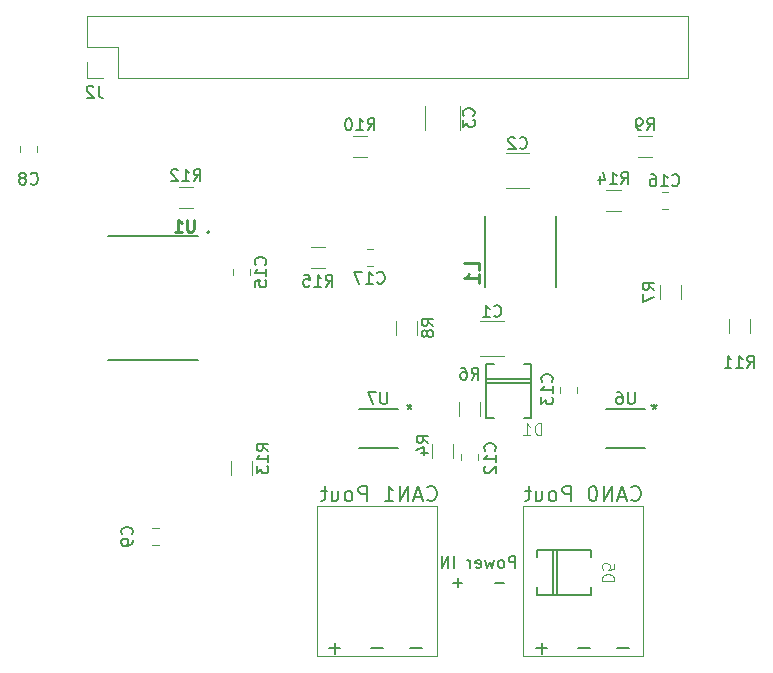
<source format=gbr>
G04 #@! TF.GenerationSoftware,KiCad,Pcbnew,(5.1.5)-3*
G04 #@! TF.CreationDate,2020-01-09T18:21:44+02:00*
G04 #@! TF.ProjectId,Morfeas_Rpi_Hat,4d6f7266-6561-4735-9f52-70695f486174,V1.0*
G04 #@! TF.SameCoordinates,Original*
G04 #@! TF.FileFunction,Legend,Bot*
G04 #@! TF.FilePolarity,Positive*
%FSLAX46Y46*%
G04 Gerber Fmt 4.6, Leading zero omitted, Abs format (unit mm)*
G04 Created by KiCad (PCBNEW (5.1.5)-3) date 2020-01-09 18:21:44*
%MOMM*%
%LPD*%
G04 APERTURE LIST*
%ADD10C,0.177800*%
%ADD11C,0.150000*%
%ADD12C,0.152400*%
%ADD13C,0.120000*%
%ADD14C,0.127000*%
%ADD15C,0.200000*%
%ADD16C,0.119380*%
%ADD17C,0.254000*%
%ADD18C,0.250000*%
G04 APERTURE END LIST*
D10*
X167615809Y-117946714D02*
X166648190Y-117946714D01*
X167132000Y-118430523D02*
X167132000Y-117462904D01*
X171191478Y-117936517D02*
X170223859Y-117936517D01*
X174493478Y-117936517D02*
X173525859Y-117936517D01*
X156967478Y-117936517D02*
X155999859Y-117936517D01*
X153665478Y-117936517D02*
X152697859Y-117936517D01*
X150089809Y-117946714D02*
X149122190Y-117946714D01*
X149606000Y-118430523D02*
X149606000Y-117462904D01*
D11*
X164917047Y-111133380D02*
X164917047Y-110133380D01*
X164536095Y-110133380D01*
X164440857Y-110181000D01*
X164393238Y-110228619D01*
X164345619Y-110323857D01*
X164345619Y-110466714D01*
X164393238Y-110561952D01*
X164440857Y-110609571D01*
X164536095Y-110657190D01*
X164917047Y-110657190D01*
X163774190Y-111133380D02*
X163869428Y-111085761D01*
X163917047Y-111038142D01*
X163964666Y-110942904D01*
X163964666Y-110657190D01*
X163917047Y-110561952D01*
X163869428Y-110514333D01*
X163774190Y-110466714D01*
X163631333Y-110466714D01*
X163536095Y-110514333D01*
X163488476Y-110561952D01*
X163440857Y-110657190D01*
X163440857Y-110942904D01*
X163488476Y-111038142D01*
X163536095Y-111085761D01*
X163631333Y-111133380D01*
X163774190Y-111133380D01*
X163107523Y-110466714D02*
X162917047Y-111133380D01*
X162726571Y-110657190D01*
X162536095Y-111133380D01*
X162345619Y-110466714D01*
X161583714Y-111085761D02*
X161678952Y-111133380D01*
X161869428Y-111133380D01*
X161964666Y-111085761D01*
X162012285Y-110990523D01*
X162012285Y-110609571D01*
X161964666Y-110514333D01*
X161869428Y-110466714D01*
X161678952Y-110466714D01*
X161583714Y-110514333D01*
X161536095Y-110609571D01*
X161536095Y-110704809D01*
X162012285Y-110800047D01*
X161107523Y-111133380D02*
X161107523Y-110466714D01*
X161107523Y-110657190D02*
X161059904Y-110561952D01*
X161012285Y-110514333D01*
X160917047Y-110466714D01*
X160821809Y-110466714D01*
X159726571Y-111133380D02*
X159726571Y-110133380D01*
X159250380Y-111133380D02*
X159250380Y-110133380D01*
X158678952Y-111133380D01*
X158678952Y-110133380D01*
X163940857Y-112402428D02*
X163178952Y-112402428D01*
X160417047Y-112402428D02*
X159655142Y-112402428D01*
X160036095Y-112783380D02*
X160036095Y-112021476D01*
D12*
X174739904Y-105355571D02*
X174800380Y-105416047D01*
X174981809Y-105476523D01*
X175102761Y-105476523D01*
X175284190Y-105416047D01*
X175405142Y-105295095D01*
X175465619Y-105174142D01*
X175526095Y-104932238D01*
X175526095Y-104750809D01*
X175465619Y-104508904D01*
X175405142Y-104387952D01*
X175284190Y-104267000D01*
X175102761Y-104206523D01*
X174981809Y-104206523D01*
X174800380Y-104267000D01*
X174739904Y-104327476D01*
X174256095Y-105113666D02*
X173651333Y-105113666D01*
X174377047Y-105476523D02*
X173953714Y-104206523D01*
X173530380Y-105476523D01*
X173107047Y-105476523D02*
X173107047Y-104206523D01*
X172381333Y-105476523D01*
X172381333Y-104206523D01*
X171534666Y-104206523D02*
X171413714Y-104206523D01*
X171292761Y-104267000D01*
X171232285Y-104327476D01*
X171171809Y-104448428D01*
X171111333Y-104690333D01*
X171111333Y-104992714D01*
X171171809Y-105234619D01*
X171232285Y-105355571D01*
X171292761Y-105416047D01*
X171413714Y-105476523D01*
X171534666Y-105476523D01*
X171655619Y-105416047D01*
X171716095Y-105355571D01*
X171776571Y-105234619D01*
X171837047Y-104992714D01*
X171837047Y-104690333D01*
X171776571Y-104448428D01*
X171716095Y-104327476D01*
X171655619Y-104267000D01*
X171534666Y-104206523D01*
X169599428Y-105476523D02*
X169599428Y-104206523D01*
X169115619Y-104206523D01*
X168994666Y-104267000D01*
X168934190Y-104327476D01*
X168873714Y-104448428D01*
X168873714Y-104629857D01*
X168934190Y-104750809D01*
X168994666Y-104811285D01*
X169115619Y-104871761D01*
X169599428Y-104871761D01*
X168148000Y-105476523D02*
X168268952Y-105416047D01*
X168329428Y-105355571D01*
X168389904Y-105234619D01*
X168389904Y-104871761D01*
X168329428Y-104750809D01*
X168268952Y-104690333D01*
X168148000Y-104629857D01*
X167966571Y-104629857D01*
X167845619Y-104690333D01*
X167785142Y-104750809D01*
X167724666Y-104871761D01*
X167724666Y-105234619D01*
X167785142Y-105355571D01*
X167845619Y-105416047D01*
X167966571Y-105476523D01*
X168148000Y-105476523D01*
X166636095Y-104629857D02*
X166636095Y-105476523D01*
X167180380Y-104629857D02*
X167180380Y-105295095D01*
X167119904Y-105416047D01*
X166998952Y-105476523D01*
X166817523Y-105476523D01*
X166696571Y-105416047D01*
X166636095Y-105355571D01*
X166212761Y-104629857D02*
X165728952Y-104629857D01*
X166031333Y-104206523D02*
X166031333Y-105295095D01*
X165970857Y-105416047D01*
X165849904Y-105476523D01*
X165728952Y-105476523D01*
D11*
X157467904Y-105355571D02*
X157528380Y-105416047D01*
X157709809Y-105476523D01*
X157830761Y-105476523D01*
X158012190Y-105416047D01*
X158133142Y-105295095D01*
X158193619Y-105174142D01*
X158254095Y-104932238D01*
X158254095Y-104750809D01*
X158193619Y-104508904D01*
X158133142Y-104387952D01*
X158012190Y-104267000D01*
X157830761Y-104206523D01*
X157709809Y-104206523D01*
X157528380Y-104267000D01*
X157467904Y-104327476D01*
X156984095Y-105113666D02*
X156379333Y-105113666D01*
X157105047Y-105476523D02*
X156681714Y-104206523D01*
X156258380Y-105476523D01*
X155835047Y-105476523D02*
X155835047Y-104206523D01*
X155109333Y-105476523D01*
X155109333Y-104206523D01*
X153839333Y-105476523D02*
X154565047Y-105476523D01*
X154202190Y-105476523D02*
X154202190Y-104206523D01*
X154323142Y-104387952D01*
X154444095Y-104508904D01*
X154565047Y-104569380D01*
X152327428Y-105476523D02*
X152327428Y-104206523D01*
X151843619Y-104206523D01*
X151722666Y-104267000D01*
X151662190Y-104327476D01*
X151601714Y-104448428D01*
X151601714Y-104629857D01*
X151662190Y-104750809D01*
X151722666Y-104811285D01*
X151843619Y-104871761D01*
X152327428Y-104871761D01*
X150876000Y-105476523D02*
X150996952Y-105416047D01*
X151057428Y-105355571D01*
X151117904Y-105234619D01*
X151117904Y-104871761D01*
X151057428Y-104750809D01*
X150996952Y-104690333D01*
X150876000Y-104629857D01*
X150694571Y-104629857D01*
X150573619Y-104690333D01*
X150513142Y-104750809D01*
X150452666Y-104871761D01*
X150452666Y-105234619D01*
X150513142Y-105355571D01*
X150573619Y-105416047D01*
X150694571Y-105476523D01*
X150876000Y-105476523D01*
X149364095Y-104629857D02*
X149364095Y-105476523D01*
X149908380Y-104629857D02*
X149908380Y-105295095D01*
X149847904Y-105416047D01*
X149726952Y-105476523D01*
X149545523Y-105476523D01*
X149424571Y-105416047D01*
X149364095Y-105355571D01*
X148940761Y-104629857D02*
X148456952Y-104629857D01*
X148759333Y-104206523D02*
X148759333Y-105295095D01*
X148698857Y-105416047D01*
X148577904Y-105476523D01*
X148456952Y-105476523D01*
D13*
X165550435Y-118606948D02*
X165550435Y-105906948D01*
X175710435Y-118606948D02*
X165550435Y-118606948D01*
X165550435Y-105906948D02*
X175710435Y-105906948D01*
X175710435Y-105906948D02*
X175710435Y-118606948D01*
X148082000Y-118618000D02*
X148082000Y-105918000D01*
X158242000Y-118618000D02*
X148082000Y-118618000D01*
X158242000Y-105918000D02*
X158242000Y-118618000D01*
X148082000Y-105918000D02*
X158242000Y-105918000D01*
G04 #@! TO.C,C3*
X160230000Y-72022000D02*
X160230000Y-74022000D01*
X157270000Y-74022000D02*
X157270000Y-72022000D01*
G04 #@! TO.C,C2*
X164100000Y-75990000D02*
X166100000Y-75990000D01*
X166100000Y-78950000D02*
X164100000Y-78950000D01*
G04 #@! TO.C,C1*
X161938000Y-90214000D02*
X163938000Y-90214000D01*
X163938000Y-93174000D02*
X161938000Y-93174000D01*
D14*
G04 #@! TO.C,D1*
X165608000Y-98430080D02*
X166243000Y-98430080D01*
X162433000Y-93858080D02*
X163068000Y-93858080D01*
X162433000Y-98430080D02*
X162433000Y-93858080D01*
X163068000Y-98430080D02*
X162433000Y-98430080D01*
X162433000Y-95153480D02*
X166243000Y-95153480D01*
X162433000Y-95483680D02*
X166243000Y-95483680D01*
X166243000Y-93858080D02*
X165608000Y-93858080D01*
X166243000Y-98430080D02*
X166243000Y-93858080D01*
D15*
G04 #@! TO.C,L1*
X168354000Y-81328000D02*
X168354000Y-87328000D01*
X162354000Y-87328000D02*
X162354000Y-81328000D01*
D13*
G04 #@! TO.C,J2*
X128634000Y-64440000D02*
X128634000Y-67040000D01*
X128634000Y-64440000D02*
X179554000Y-64440000D01*
X179554000Y-64440000D02*
X179554000Y-69640000D01*
X131234000Y-69640000D02*
X179554000Y-69640000D01*
X131234000Y-67040000D02*
X131234000Y-69640000D01*
X128634000Y-67040000D02*
X131234000Y-67040000D01*
X128634000Y-69640000D02*
X129964000Y-69640000D01*
X128634000Y-68310000D02*
X128634000Y-69640000D01*
D14*
G04 #@! TO.C,U1*
X138039000Y-93515000D02*
X130439000Y-93515000D01*
X138039000Y-83015000D02*
X130439000Y-83015000D01*
D15*
X139012000Y-82722000D02*
G75*
G03X139012000Y-82722000I-100000J0D01*
G01*
D13*
G04 #@! TO.C,R8*
X154792000Y-91404064D02*
X154792000Y-90199936D01*
X156612000Y-91404064D02*
X156612000Y-90199936D01*
G04 #@! TO.C,R15*
X148808064Y-83926000D02*
X147603936Y-83926000D01*
X148808064Y-85746000D02*
X147603936Y-85746000D01*
G04 #@! TO.C,R14*
X173830064Y-79100000D02*
X172625936Y-79100000D01*
X173830064Y-80920000D02*
X172625936Y-80920000D01*
G04 #@! TO.C,C17*
X152834078Y-84126000D02*
X152316922Y-84126000D01*
X152834078Y-85546000D02*
X152316922Y-85546000D01*
G04 #@! TO.C,C16*
X177804578Y-79300000D02*
X177287422Y-79300000D01*
X177804578Y-80720000D02*
X177287422Y-80720000D01*
D14*
G04 #@! TO.C,D5*
X171353963Y-110235523D02*
X171353963Y-109600523D01*
X166781963Y-113410523D02*
X166781963Y-112775523D01*
X171353963Y-113410523D02*
X166781963Y-113410523D01*
X171353963Y-112775523D02*
X171353963Y-113410523D01*
X168077363Y-113410523D02*
X168077363Y-109600523D01*
X168407563Y-113410523D02*
X168407563Y-109600523D01*
X166781963Y-109600523D02*
X166781963Y-110235523D01*
X171353963Y-109600523D02*
X166781963Y-109600523D01*
D13*
G04 #@! TO.C,R13*
X142642000Y-103292064D02*
X142642000Y-102087936D01*
X140822000Y-103292064D02*
X140822000Y-102087936D01*
G04 #@! TO.C,R12*
X137632064Y-80666000D02*
X136427936Y-80666000D01*
X137632064Y-78846000D02*
X136427936Y-78846000D01*
G04 #@! TO.C,C15*
X142442000Y-86364578D02*
X142442000Y-85847422D01*
X141022000Y-86364578D02*
X141022000Y-85847422D01*
G04 #@! TO.C,R11*
X182986000Y-90075936D02*
X182986000Y-91280064D01*
X184806000Y-90075936D02*
X184806000Y-91280064D01*
G04 #@! TO.C,R10*
X152370064Y-74528000D02*
X151165936Y-74528000D01*
X152370064Y-76348000D02*
X151165936Y-76348000D01*
G04 #@! TO.C,R9*
X176500064Y-74528000D02*
X175295936Y-74528000D01*
X176500064Y-76348000D02*
X175295936Y-76348000D01*
G04 #@! TO.C,R7*
X178964000Y-87157936D02*
X178964000Y-88362064D01*
X177144000Y-87157936D02*
X177144000Y-88362064D01*
G04 #@! TO.C,R6*
X160126000Y-98262064D02*
X160126000Y-97057936D01*
X161946000Y-98262064D02*
X161946000Y-97057936D01*
G04 #@! TO.C,R4*
X159660000Y-101824064D02*
X159660000Y-100619936D01*
X157840000Y-101824064D02*
X157840000Y-100619936D01*
G04 #@! TO.C,C13*
X168708000Y-96349078D02*
X168708000Y-95831922D01*
X170128000Y-96349078D02*
X170128000Y-95831922D01*
G04 #@! TO.C,C12*
X161746000Y-102034078D02*
X161746000Y-101516922D01*
X160326000Y-102034078D02*
X160326000Y-101516922D01*
G04 #@! TO.C,C9*
X134185922Y-109168000D02*
X134703078Y-109168000D01*
X134185922Y-107748000D02*
X134703078Y-107748000D01*
G04 #@! TO.C,C8*
X122988000Y-75950578D02*
X122988000Y-75433422D01*
X124408000Y-75950578D02*
X124408000Y-75433422D01*
D12*
G04 #@! TO.C,U6*
X172593000Y-97684000D02*
X175895000Y-97684000D01*
X175895000Y-100986000D02*
X172593000Y-100986000D01*
G04 #@! TO.C,U7*
X151638000Y-97684000D02*
X154940000Y-97684000D01*
X154940000Y-100986000D02*
X151638000Y-100986000D01*
G04 #@! TO.C,C3*
D11*
X161357142Y-72855333D02*
X161404761Y-72807714D01*
X161452380Y-72664857D01*
X161452380Y-72569619D01*
X161404761Y-72426761D01*
X161309523Y-72331523D01*
X161214285Y-72283904D01*
X161023809Y-72236285D01*
X160880952Y-72236285D01*
X160690476Y-72283904D01*
X160595238Y-72331523D01*
X160500000Y-72426761D01*
X160452380Y-72569619D01*
X160452380Y-72664857D01*
X160500000Y-72807714D01*
X160547619Y-72855333D01*
X160452380Y-73188666D02*
X160452380Y-73807714D01*
X160833333Y-73474380D01*
X160833333Y-73617238D01*
X160880952Y-73712476D01*
X160928571Y-73760095D01*
X161023809Y-73807714D01*
X161261904Y-73807714D01*
X161357142Y-73760095D01*
X161404761Y-73712476D01*
X161452380Y-73617238D01*
X161452380Y-73331523D01*
X161404761Y-73236285D01*
X161357142Y-73188666D01*
G04 #@! TO.C,C2*
X165266666Y-75577142D02*
X165314285Y-75624761D01*
X165457142Y-75672380D01*
X165552380Y-75672380D01*
X165695238Y-75624761D01*
X165790476Y-75529523D01*
X165838095Y-75434285D01*
X165885714Y-75243809D01*
X165885714Y-75100952D01*
X165838095Y-74910476D01*
X165790476Y-74815238D01*
X165695238Y-74720000D01*
X165552380Y-74672380D01*
X165457142Y-74672380D01*
X165314285Y-74720000D01*
X165266666Y-74767619D01*
X164885714Y-74767619D02*
X164838095Y-74720000D01*
X164742857Y-74672380D01*
X164504761Y-74672380D01*
X164409523Y-74720000D01*
X164361904Y-74767619D01*
X164314285Y-74862857D01*
X164314285Y-74958095D01*
X164361904Y-75100952D01*
X164933333Y-75672380D01*
X164314285Y-75672380D01*
G04 #@! TO.C,C1*
X163104666Y-89801142D02*
X163152285Y-89848761D01*
X163295142Y-89896380D01*
X163390380Y-89896380D01*
X163533238Y-89848761D01*
X163628476Y-89753523D01*
X163676095Y-89658285D01*
X163723714Y-89467809D01*
X163723714Y-89324952D01*
X163676095Y-89134476D01*
X163628476Y-89039238D01*
X163533238Y-88944000D01*
X163390380Y-88896380D01*
X163295142Y-88896380D01*
X163152285Y-88944000D01*
X163104666Y-88991619D01*
X162152285Y-89896380D02*
X162723714Y-89896380D01*
X162438000Y-89896380D02*
X162438000Y-88896380D01*
X162533238Y-89039238D01*
X162628476Y-89134476D01*
X162723714Y-89182095D01*
G04 #@! TO.C,D1*
D16*
X167108656Y-99893724D02*
X167108656Y-98892964D01*
X166870380Y-98892964D01*
X166727414Y-98940620D01*
X166632103Y-99035930D01*
X166584448Y-99131240D01*
X166536793Y-99321861D01*
X166536793Y-99464827D01*
X166584448Y-99655448D01*
X166632103Y-99750759D01*
X166727414Y-99846069D01*
X166870380Y-99893724D01*
X167108656Y-99893724D01*
X165583688Y-99893724D02*
X166155551Y-99893724D01*
X165869620Y-99893724D02*
X165869620Y-98892964D01*
X165964930Y-99035930D01*
X166060240Y-99131240D01*
X166155551Y-99178896D01*
G04 #@! TO.C,L1*
D17*
X161864523Y-85894333D02*
X161864523Y-85289571D01*
X160594523Y-85289571D01*
X161864523Y-86982904D02*
X161864523Y-86257190D01*
X161864523Y-86620047D02*
X160594523Y-86620047D01*
X160775952Y-86499095D01*
X160896904Y-86378142D01*
X160957380Y-86257190D01*
G04 #@! TO.C,J2*
D11*
X129619333Y-70318380D02*
X129619333Y-71032666D01*
X129666952Y-71175523D01*
X129762190Y-71270761D01*
X129905047Y-71318380D01*
X130000285Y-71318380D01*
X129190761Y-70413619D02*
X129143142Y-70366000D01*
X129047904Y-70318380D01*
X128809809Y-70318380D01*
X128714571Y-70366000D01*
X128666952Y-70413619D01*
X128619333Y-70508857D01*
X128619333Y-70604095D01*
X128666952Y-70746952D01*
X129238380Y-71318380D01*
X128619333Y-71318380D01*
G04 #@! TO.C,U1*
D18*
X137680095Y-81646619D02*
X137680095Y-82469095D01*
X137631714Y-82565857D01*
X137583333Y-82614238D01*
X137486571Y-82662619D01*
X137293047Y-82662619D01*
X137196285Y-82614238D01*
X137147904Y-82565857D01*
X137099523Y-82469095D01*
X137099523Y-81646619D01*
X136083523Y-82662619D02*
X136664095Y-82662619D01*
X136373809Y-82662619D02*
X136373809Y-81646619D01*
X136470571Y-81791761D01*
X136567333Y-81888523D01*
X136664095Y-81936904D01*
G04 #@! TO.C,R8*
D11*
X157974380Y-90635333D02*
X157498190Y-90302000D01*
X157974380Y-90063904D02*
X156974380Y-90063904D01*
X156974380Y-90444857D01*
X157022000Y-90540095D01*
X157069619Y-90587714D01*
X157164857Y-90635333D01*
X157307714Y-90635333D01*
X157402952Y-90587714D01*
X157450571Y-90540095D01*
X157498190Y-90444857D01*
X157498190Y-90063904D01*
X157402952Y-91206761D02*
X157355333Y-91111523D01*
X157307714Y-91063904D01*
X157212476Y-91016285D01*
X157164857Y-91016285D01*
X157069619Y-91063904D01*
X157022000Y-91111523D01*
X156974380Y-91206761D01*
X156974380Y-91397238D01*
X157022000Y-91492476D01*
X157069619Y-91540095D01*
X157164857Y-91587714D01*
X157212476Y-91587714D01*
X157307714Y-91540095D01*
X157355333Y-91492476D01*
X157402952Y-91397238D01*
X157402952Y-91206761D01*
X157450571Y-91111523D01*
X157498190Y-91063904D01*
X157593428Y-91016285D01*
X157783904Y-91016285D01*
X157879142Y-91063904D01*
X157926761Y-91111523D01*
X157974380Y-91206761D01*
X157974380Y-91397238D01*
X157926761Y-91492476D01*
X157879142Y-91540095D01*
X157783904Y-91587714D01*
X157593428Y-91587714D01*
X157498190Y-91540095D01*
X157450571Y-91492476D01*
X157402952Y-91397238D01*
G04 #@! TO.C,R15*
X148848857Y-87320380D02*
X149182190Y-86844190D01*
X149420285Y-87320380D02*
X149420285Y-86320380D01*
X149039333Y-86320380D01*
X148944095Y-86368000D01*
X148896476Y-86415619D01*
X148848857Y-86510857D01*
X148848857Y-86653714D01*
X148896476Y-86748952D01*
X148944095Y-86796571D01*
X149039333Y-86844190D01*
X149420285Y-86844190D01*
X147896476Y-87320380D02*
X148467904Y-87320380D01*
X148182190Y-87320380D02*
X148182190Y-86320380D01*
X148277428Y-86463238D01*
X148372666Y-86558476D01*
X148467904Y-86606095D01*
X146991714Y-86320380D02*
X147467904Y-86320380D01*
X147515523Y-86796571D01*
X147467904Y-86748952D01*
X147372666Y-86701333D01*
X147134571Y-86701333D01*
X147039333Y-86748952D01*
X146991714Y-86796571D01*
X146944095Y-86891809D01*
X146944095Y-87129904D01*
X146991714Y-87225142D01*
X147039333Y-87272761D01*
X147134571Y-87320380D01*
X147372666Y-87320380D01*
X147467904Y-87272761D01*
X147515523Y-87225142D01*
G04 #@! TO.C,R14*
X173870857Y-78642380D02*
X174204190Y-78166190D01*
X174442285Y-78642380D02*
X174442285Y-77642380D01*
X174061333Y-77642380D01*
X173966095Y-77690000D01*
X173918476Y-77737619D01*
X173870857Y-77832857D01*
X173870857Y-77975714D01*
X173918476Y-78070952D01*
X173966095Y-78118571D01*
X174061333Y-78166190D01*
X174442285Y-78166190D01*
X172918476Y-78642380D02*
X173489904Y-78642380D01*
X173204190Y-78642380D02*
X173204190Y-77642380D01*
X173299428Y-77785238D01*
X173394666Y-77880476D01*
X173489904Y-77928095D01*
X172061333Y-77975714D02*
X172061333Y-78642380D01*
X172299428Y-77594761D02*
X172537523Y-78309047D01*
X171918476Y-78309047D01*
G04 #@! TO.C,C17*
X153218357Y-86971142D02*
X153265976Y-87018761D01*
X153408833Y-87066380D01*
X153504071Y-87066380D01*
X153646928Y-87018761D01*
X153742166Y-86923523D01*
X153789785Y-86828285D01*
X153837404Y-86637809D01*
X153837404Y-86494952D01*
X153789785Y-86304476D01*
X153742166Y-86209238D01*
X153646928Y-86114000D01*
X153504071Y-86066380D01*
X153408833Y-86066380D01*
X153265976Y-86114000D01*
X153218357Y-86161619D01*
X152265976Y-87066380D02*
X152837404Y-87066380D01*
X152551690Y-87066380D02*
X152551690Y-86066380D01*
X152646928Y-86209238D01*
X152742166Y-86304476D01*
X152837404Y-86352095D01*
X151932642Y-86066380D02*
X151265976Y-86066380D01*
X151694547Y-87066380D01*
G04 #@! TO.C,C16*
X178188857Y-78717142D02*
X178236476Y-78764761D01*
X178379333Y-78812380D01*
X178474571Y-78812380D01*
X178617428Y-78764761D01*
X178712666Y-78669523D01*
X178760285Y-78574285D01*
X178807904Y-78383809D01*
X178807904Y-78240952D01*
X178760285Y-78050476D01*
X178712666Y-77955238D01*
X178617428Y-77860000D01*
X178474571Y-77812380D01*
X178379333Y-77812380D01*
X178236476Y-77860000D01*
X178188857Y-77907619D01*
X177236476Y-78812380D02*
X177807904Y-78812380D01*
X177522190Y-78812380D02*
X177522190Y-77812380D01*
X177617428Y-77955238D01*
X177712666Y-78050476D01*
X177807904Y-78098095D01*
X176379333Y-77812380D02*
X176569809Y-77812380D01*
X176665047Y-77860000D01*
X176712666Y-77907619D01*
X176807904Y-78050476D01*
X176855523Y-78240952D01*
X176855523Y-78621904D01*
X176807904Y-78717142D01*
X176760285Y-78764761D01*
X176665047Y-78812380D01*
X176474571Y-78812380D01*
X176379333Y-78764761D01*
X176331714Y-78717142D01*
X176284095Y-78621904D01*
X176284095Y-78383809D01*
X176331714Y-78288571D01*
X176379333Y-78240952D01*
X176474571Y-78193333D01*
X176665047Y-78193333D01*
X176760285Y-78240952D01*
X176807904Y-78288571D01*
X176855523Y-78383809D01*
G04 #@! TO.C,D5*
D16*
X172267275Y-112244656D02*
X173268035Y-112244656D01*
X173268035Y-112006380D01*
X173220380Y-111863414D01*
X173125069Y-111768103D01*
X173029759Y-111720448D01*
X172839138Y-111672793D01*
X172696172Y-111672793D01*
X172505551Y-111720448D01*
X172410240Y-111768103D01*
X172314930Y-111863414D01*
X172267275Y-112006380D01*
X172267275Y-112244656D01*
X173268035Y-110767343D02*
X173268035Y-111243896D01*
X172791482Y-111291551D01*
X172839138Y-111243896D01*
X172886793Y-111148585D01*
X172886793Y-110910309D01*
X172839138Y-110814999D01*
X172791482Y-110767343D01*
X172696172Y-110719688D01*
X172457896Y-110719688D01*
X172362585Y-110767343D01*
X172314930Y-110814999D01*
X172267275Y-110910309D01*
X172267275Y-111148585D01*
X172314930Y-111243896D01*
X172362585Y-111291551D01*
G04 #@! TO.C,R13*
D11*
X144004380Y-101211142D02*
X143528190Y-100877809D01*
X144004380Y-100639714D02*
X143004380Y-100639714D01*
X143004380Y-101020666D01*
X143052000Y-101115904D01*
X143099619Y-101163523D01*
X143194857Y-101211142D01*
X143337714Y-101211142D01*
X143432952Y-101163523D01*
X143480571Y-101115904D01*
X143528190Y-101020666D01*
X143528190Y-100639714D01*
X144004380Y-102163523D02*
X144004380Y-101592095D01*
X144004380Y-101877809D02*
X143004380Y-101877809D01*
X143147238Y-101782571D01*
X143242476Y-101687333D01*
X143290095Y-101592095D01*
X143004380Y-102496857D02*
X143004380Y-103115904D01*
X143385333Y-102782571D01*
X143385333Y-102925428D01*
X143432952Y-103020666D01*
X143480571Y-103068285D01*
X143575809Y-103115904D01*
X143813904Y-103115904D01*
X143909142Y-103068285D01*
X143956761Y-103020666D01*
X144004380Y-102925428D01*
X144004380Y-102639714D01*
X143956761Y-102544476D01*
X143909142Y-102496857D01*
G04 #@! TO.C,R12*
X137672857Y-78388380D02*
X138006190Y-77912190D01*
X138244285Y-78388380D02*
X138244285Y-77388380D01*
X137863333Y-77388380D01*
X137768095Y-77436000D01*
X137720476Y-77483619D01*
X137672857Y-77578857D01*
X137672857Y-77721714D01*
X137720476Y-77816952D01*
X137768095Y-77864571D01*
X137863333Y-77912190D01*
X138244285Y-77912190D01*
X136720476Y-78388380D02*
X137291904Y-78388380D01*
X137006190Y-78388380D02*
X137006190Y-77388380D01*
X137101428Y-77531238D01*
X137196666Y-77626476D01*
X137291904Y-77674095D01*
X136339523Y-77483619D02*
X136291904Y-77436000D01*
X136196666Y-77388380D01*
X135958571Y-77388380D01*
X135863333Y-77436000D01*
X135815714Y-77483619D01*
X135768095Y-77578857D01*
X135768095Y-77674095D01*
X135815714Y-77816952D01*
X136387142Y-78388380D01*
X135768095Y-78388380D01*
G04 #@! TO.C,C15*
X143739142Y-85463142D02*
X143786761Y-85415523D01*
X143834380Y-85272666D01*
X143834380Y-85177428D01*
X143786761Y-85034571D01*
X143691523Y-84939333D01*
X143596285Y-84891714D01*
X143405809Y-84844095D01*
X143262952Y-84844095D01*
X143072476Y-84891714D01*
X142977238Y-84939333D01*
X142882000Y-85034571D01*
X142834380Y-85177428D01*
X142834380Y-85272666D01*
X142882000Y-85415523D01*
X142929619Y-85463142D01*
X143834380Y-86415523D02*
X143834380Y-85844095D01*
X143834380Y-86129809D02*
X142834380Y-86129809D01*
X142977238Y-86034571D01*
X143072476Y-85939333D01*
X143120095Y-85844095D01*
X142834380Y-87320285D02*
X142834380Y-86844095D01*
X143310571Y-86796476D01*
X143262952Y-86844095D01*
X143215333Y-86939333D01*
X143215333Y-87177428D01*
X143262952Y-87272666D01*
X143310571Y-87320285D01*
X143405809Y-87367904D01*
X143643904Y-87367904D01*
X143739142Y-87320285D01*
X143786761Y-87272666D01*
X143834380Y-87177428D01*
X143834380Y-86939333D01*
X143786761Y-86844095D01*
X143739142Y-86796476D01*
G04 #@! TO.C,R11*
X184538857Y-94178380D02*
X184872190Y-93702190D01*
X185110285Y-94178380D02*
X185110285Y-93178380D01*
X184729333Y-93178380D01*
X184634095Y-93226000D01*
X184586476Y-93273619D01*
X184538857Y-93368857D01*
X184538857Y-93511714D01*
X184586476Y-93606952D01*
X184634095Y-93654571D01*
X184729333Y-93702190D01*
X185110285Y-93702190D01*
X183586476Y-94178380D02*
X184157904Y-94178380D01*
X183872190Y-94178380D02*
X183872190Y-93178380D01*
X183967428Y-93321238D01*
X184062666Y-93416476D01*
X184157904Y-93464095D01*
X182634095Y-94178380D02*
X183205523Y-94178380D01*
X182919809Y-94178380D02*
X182919809Y-93178380D01*
X183015047Y-93321238D01*
X183110285Y-93416476D01*
X183205523Y-93464095D01*
G04 #@! TO.C,R10*
X152410857Y-74070380D02*
X152744190Y-73594190D01*
X152982285Y-74070380D02*
X152982285Y-73070380D01*
X152601333Y-73070380D01*
X152506095Y-73118000D01*
X152458476Y-73165619D01*
X152410857Y-73260857D01*
X152410857Y-73403714D01*
X152458476Y-73498952D01*
X152506095Y-73546571D01*
X152601333Y-73594190D01*
X152982285Y-73594190D01*
X151458476Y-74070380D02*
X152029904Y-74070380D01*
X151744190Y-74070380D02*
X151744190Y-73070380D01*
X151839428Y-73213238D01*
X151934666Y-73308476D01*
X152029904Y-73356095D01*
X150839428Y-73070380D02*
X150744190Y-73070380D01*
X150648952Y-73118000D01*
X150601333Y-73165619D01*
X150553714Y-73260857D01*
X150506095Y-73451333D01*
X150506095Y-73689428D01*
X150553714Y-73879904D01*
X150601333Y-73975142D01*
X150648952Y-74022761D01*
X150744190Y-74070380D01*
X150839428Y-74070380D01*
X150934666Y-74022761D01*
X150982285Y-73975142D01*
X151029904Y-73879904D01*
X151077523Y-73689428D01*
X151077523Y-73451333D01*
X151029904Y-73260857D01*
X150982285Y-73165619D01*
X150934666Y-73118000D01*
X150839428Y-73070380D01*
G04 #@! TO.C,R9*
X176064666Y-74070380D02*
X176398000Y-73594190D01*
X176636095Y-74070380D02*
X176636095Y-73070380D01*
X176255142Y-73070380D01*
X176159904Y-73118000D01*
X176112285Y-73165619D01*
X176064666Y-73260857D01*
X176064666Y-73403714D01*
X176112285Y-73498952D01*
X176159904Y-73546571D01*
X176255142Y-73594190D01*
X176636095Y-73594190D01*
X175588476Y-74070380D02*
X175398000Y-74070380D01*
X175302761Y-74022761D01*
X175255142Y-73975142D01*
X175159904Y-73832285D01*
X175112285Y-73641809D01*
X175112285Y-73260857D01*
X175159904Y-73165619D01*
X175207523Y-73118000D01*
X175302761Y-73070380D01*
X175493238Y-73070380D01*
X175588476Y-73118000D01*
X175636095Y-73165619D01*
X175683714Y-73260857D01*
X175683714Y-73498952D01*
X175636095Y-73594190D01*
X175588476Y-73641809D01*
X175493238Y-73689428D01*
X175302761Y-73689428D01*
X175207523Y-73641809D01*
X175159904Y-73594190D01*
X175112285Y-73498952D01*
G04 #@! TO.C,R7*
X176686380Y-87593333D02*
X176210190Y-87260000D01*
X176686380Y-87021904D02*
X175686380Y-87021904D01*
X175686380Y-87402857D01*
X175734000Y-87498095D01*
X175781619Y-87545714D01*
X175876857Y-87593333D01*
X176019714Y-87593333D01*
X176114952Y-87545714D01*
X176162571Y-87498095D01*
X176210190Y-87402857D01*
X176210190Y-87021904D01*
X175686380Y-87926666D02*
X175686380Y-88593333D01*
X176686380Y-88164761D01*
G04 #@! TO.C,R6*
X161202666Y-95194380D02*
X161536000Y-94718190D01*
X161774095Y-95194380D02*
X161774095Y-94194380D01*
X161393142Y-94194380D01*
X161297904Y-94242000D01*
X161250285Y-94289619D01*
X161202666Y-94384857D01*
X161202666Y-94527714D01*
X161250285Y-94622952D01*
X161297904Y-94670571D01*
X161393142Y-94718190D01*
X161774095Y-94718190D01*
X160345523Y-94194380D02*
X160536000Y-94194380D01*
X160631238Y-94242000D01*
X160678857Y-94289619D01*
X160774095Y-94432476D01*
X160821714Y-94622952D01*
X160821714Y-95003904D01*
X160774095Y-95099142D01*
X160726476Y-95146761D01*
X160631238Y-95194380D01*
X160440761Y-95194380D01*
X160345523Y-95146761D01*
X160297904Y-95099142D01*
X160250285Y-95003904D01*
X160250285Y-94765809D01*
X160297904Y-94670571D01*
X160345523Y-94622952D01*
X160440761Y-94575333D01*
X160631238Y-94575333D01*
X160726476Y-94622952D01*
X160774095Y-94670571D01*
X160821714Y-94765809D01*
G04 #@! TO.C,R4*
X157551380Y-100544333D02*
X157075190Y-100211000D01*
X157551380Y-99972904D02*
X156551380Y-99972904D01*
X156551380Y-100353857D01*
X156599000Y-100449095D01*
X156646619Y-100496714D01*
X156741857Y-100544333D01*
X156884714Y-100544333D01*
X156979952Y-100496714D01*
X157027571Y-100449095D01*
X157075190Y-100353857D01*
X157075190Y-99972904D01*
X156884714Y-101401476D02*
X157551380Y-101401476D01*
X156503761Y-101163380D02*
X157218047Y-100925285D01*
X157218047Y-101544333D01*
G04 #@! TO.C,C13*
X167997142Y-95369142D02*
X168044761Y-95321523D01*
X168092380Y-95178666D01*
X168092380Y-95083428D01*
X168044761Y-94940571D01*
X167949523Y-94845333D01*
X167854285Y-94797714D01*
X167663809Y-94750095D01*
X167520952Y-94750095D01*
X167330476Y-94797714D01*
X167235238Y-94845333D01*
X167140000Y-94940571D01*
X167092380Y-95083428D01*
X167092380Y-95178666D01*
X167140000Y-95321523D01*
X167187619Y-95369142D01*
X168092380Y-96321523D02*
X168092380Y-95750095D01*
X168092380Y-96035809D02*
X167092380Y-96035809D01*
X167235238Y-95940571D01*
X167330476Y-95845333D01*
X167378095Y-95750095D01*
X167092380Y-96654857D02*
X167092380Y-97273904D01*
X167473333Y-96940571D01*
X167473333Y-97083428D01*
X167520952Y-97178666D01*
X167568571Y-97226285D01*
X167663809Y-97273904D01*
X167901904Y-97273904D01*
X167997142Y-97226285D01*
X168044761Y-97178666D01*
X168092380Y-97083428D01*
X168092380Y-96797714D01*
X168044761Y-96702476D01*
X167997142Y-96654857D01*
G04 #@! TO.C,C12*
X163171142Y-101211142D02*
X163218761Y-101163523D01*
X163266380Y-101020666D01*
X163266380Y-100925428D01*
X163218761Y-100782571D01*
X163123523Y-100687333D01*
X163028285Y-100639714D01*
X162837809Y-100592095D01*
X162694952Y-100592095D01*
X162504476Y-100639714D01*
X162409238Y-100687333D01*
X162314000Y-100782571D01*
X162266380Y-100925428D01*
X162266380Y-101020666D01*
X162314000Y-101163523D01*
X162361619Y-101211142D01*
X163266380Y-102163523D02*
X163266380Y-101592095D01*
X163266380Y-101877809D02*
X162266380Y-101877809D01*
X162409238Y-101782571D01*
X162504476Y-101687333D01*
X162552095Y-101592095D01*
X162361619Y-102544476D02*
X162314000Y-102592095D01*
X162266380Y-102687333D01*
X162266380Y-102925428D01*
X162314000Y-103020666D01*
X162361619Y-103068285D01*
X162456857Y-103115904D01*
X162552095Y-103115904D01*
X162694952Y-103068285D01*
X163266380Y-102496857D01*
X163266380Y-103115904D01*
G04 #@! TO.C,C9*
X132437142Y-108291333D02*
X132484761Y-108243714D01*
X132532380Y-108100857D01*
X132532380Y-108005619D01*
X132484761Y-107862761D01*
X132389523Y-107767523D01*
X132294285Y-107719904D01*
X132103809Y-107672285D01*
X131960952Y-107672285D01*
X131770476Y-107719904D01*
X131675238Y-107767523D01*
X131580000Y-107862761D01*
X131532380Y-108005619D01*
X131532380Y-108100857D01*
X131580000Y-108243714D01*
X131627619Y-108291333D01*
X132532380Y-108767523D02*
X132532380Y-108958000D01*
X132484761Y-109053238D01*
X132437142Y-109100857D01*
X132294285Y-109196095D01*
X132103809Y-109243714D01*
X131722857Y-109243714D01*
X131627619Y-109196095D01*
X131580000Y-109148476D01*
X131532380Y-109053238D01*
X131532380Y-108862761D01*
X131580000Y-108767523D01*
X131627619Y-108719904D01*
X131722857Y-108672285D01*
X131960952Y-108672285D01*
X132056190Y-108719904D01*
X132103809Y-108767523D01*
X132151428Y-108862761D01*
X132151428Y-109053238D01*
X132103809Y-109148476D01*
X132056190Y-109196095D01*
X131960952Y-109243714D01*
G04 #@! TO.C,C8*
X123864666Y-78589142D02*
X123912285Y-78636761D01*
X124055142Y-78684380D01*
X124150380Y-78684380D01*
X124293238Y-78636761D01*
X124388476Y-78541523D01*
X124436095Y-78446285D01*
X124483714Y-78255809D01*
X124483714Y-78112952D01*
X124436095Y-77922476D01*
X124388476Y-77827238D01*
X124293238Y-77732000D01*
X124150380Y-77684380D01*
X124055142Y-77684380D01*
X123912285Y-77732000D01*
X123864666Y-77779619D01*
X123293238Y-78112952D02*
X123388476Y-78065333D01*
X123436095Y-78017714D01*
X123483714Y-77922476D01*
X123483714Y-77874857D01*
X123436095Y-77779619D01*
X123388476Y-77732000D01*
X123293238Y-77684380D01*
X123102761Y-77684380D01*
X123007523Y-77732000D01*
X122959904Y-77779619D01*
X122912285Y-77874857D01*
X122912285Y-77922476D01*
X122959904Y-78017714D01*
X123007523Y-78065333D01*
X123102761Y-78112952D01*
X123293238Y-78112952D01*
X123388476Y-78160571D01*
X123436095Y-78208190D01*
X123483714Y-78303428D01*
X123483714Y-78493904D01*
X123436095Y-78589142D01*
X123388476Y-78636761D01*
X123293238Y-78684380D01*
X123102761Y-78684380D01*
X123007523Y-78636761D01*
X122959904Y-78589142D01*
X122912285Y-78493904D01*
X122912285Y-78303428D01*
X122959904Y-78208190D01*
X123007523Y-78160571D01*
X123102761Y-78112952D01*
G04 #@! TO.C,U6*
X175005904Y-96247380D02*
X175005904Y-97056904D01*
X174958285Y-97152142D01*
X174910666Y-97199761D01*
X174815428Y-97247380D01*
X174624952Y-97247380D01*
X174529714Y-97199761D01*
X174482095Y-97152142D01*
X174434476Y-97056904D01*
X174434476Y-96247380D01*
X173529714Y-96247380D02*
X173720190Y-96247380D01*
X173815428Y-96295000D01*
X173863047Y-96342619D01*
X173958285Y-96485476D01*
X174005904Y-96675952D01*
X174005904Y-97056904D01*
X173958285Y-97152142D01*
X173910666Y-97199761D01*
X173815428Y-97247380D01*
X173624952Y-97247380D01*
X173529714Y-97199761D01*
X173482095Y-97152142D01*
X173434476Y-97056904D01*
X173434476Y-96818809D01*
X173482095Y-96723571D01*
X173529714Y-96675952D01*
X173624952Y-96628333D01*
X173815428Y-96628333D01*
X173910666Y-96675952D01*
X173958285Y-96723571D01*
X174005904Y-96818809D01*
X176669700Y-97242380D02*
X176669700Y-97480476D01*
X176907795Y-97385238D02*
X176669700Y-97480476D01*
X176431604Y-97385238D01*
X176812557Y-97670952D02*
X176669700Y-97480476D01*
X176526842Y-97670952D01*
X176669700Y-97242380D02*
X176669700Y-97480476D01*
X176907795Y-97385238D02*
X176669700Y-97480476D01*
X176431604Y-97385238D01*
X176812557Y-97670952D02*
X176669700Y-97480476D01*
X176526842Y-97670952D01*
G04 #@! TO.C,U7*
X154050904Y-96247380D02*
X154050904Y-97056904D01*
X154003285Y-97152142D01*
X153955666Y-97199761D01*
X153860428Y-97247380D01*
X153669952Y-97247380D01*
X153574714Y-97199761D01*
X153527095Y-97152142D01*
X153479476Y-97056904D01*
X153479476Y-96247380D01*
X153098523Y-96247380D02*
X152431857Y-96247380D01*
X152860428Y-97247380D01*
X155956000Y-97242380D02*
X155956000Y-97480476D01*
X156194095Y-97385238D02*
X155956000Y-97480476D01*
X155717904Y-97385238D01*
X156098857Y-97670952D02*
X155956000Y-97480476D01*
X155813142Y-97670952D01*
X155956000Y-97242380D02*
X155956000Y-97480476D01*
X156194095Y-97385238D02*
X155956000Y-97480476D01*
X155717904Y-97385238D01*
X156098857Y-97670952D02*
X155956000Y-97480476D01*
X155813142Y-97670952D01*
G04 #@! TD*
M02*

</source>
